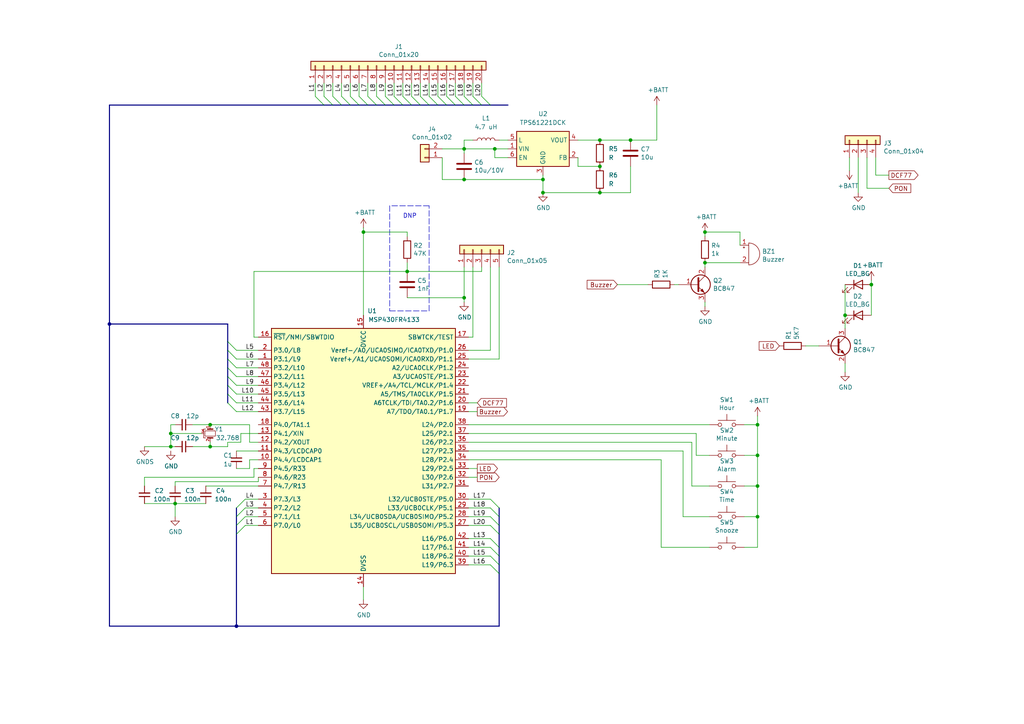
<source format=kicad_sch>
(kicad_sch (version 20211123) (generator eeschema)
  (paper "A4")
  (lib_symbols
    (symbol "Connector_Generic:Conn_01x02" (pin_names (offset 1.016) hide)
      (property "Reference" "J" (at 0 2.54 0))
      (property "Value" "Conn_01x02" (at 0 -5.08 0))
      (symbol "Conn_01x02_1_1"
        (rectangle (start -1.27 -2.413) (end 0 -2.667) (stroke (width 0.1524)))
        (rectangle (start -1.27 0.127) (end 0 -0.127) (stroke (width 0.1524)))
        (rectangle (start -1.27 1.27) (end 1.27 -3.81) (stroke (width 0.254)) (fill (type background)))
        (pin passive line (at -5.08 0 0) (length 3.81) (name "Pin_1") (number "1"))
        (pin passive line (at -5.08 -2.54 0) (length 3.81) (name "Pin_2") (number "2"))
      )
    )
    (symbol "Connector_Generic:Conn_01x04" (pin_names (offset 1.016) hide)
      (property "Reference" "J" (at 0 5.08 0))
      (property "Value" "Conn_01x04" (at 0 -7.62 0))
      (symbol "Conn_01x04_1_1"
        (rectangle (start -1.27 -4.953) (end 0 -5.207) (stroke (width 0.1524)))
        (rectangle (start -1.27 -2.413) (end 0 -2.667) (stroke (width 0.1524)))
        (rectangle (start -1.27 0.127) (end 0 -0.127) (stroke (width 0.1524)))
        (rectangle (start -1.27 2.667) (end 0 2.413) (stroke (width 0.1524)))
        (rectangle (start -1.27 3.81) (end 1.27 -6.35) (stroke (width 0.254)) (fill (type background)))
        (pin passive line (at -5.08 2.54 0) (length 3.81) (name "Pin_1") (number "1"))
        (pin passive line (at -5.08 0 0) (length 3.81) (name "Pin_2") (number "2"))
        (pin passive line (at -5.08 -2.54 0) (length 3.81) (name "Pin_3") (number "3"))
        (pin passive line (at -5.08 -5.08 0) (length 3.81) (name "Pin_4") (number "4"))
      )
    )
    (symbol "Connector_Generic:Conn_01x05" (pin_names (offset 1.016) hide)
      (property "Reference" "J" (at 0 7.62 0))
      (property "Value" "Conn_01x05" (at 0 -7.62 0))
      (symbol "Conn_01x05_1_1"
        (rectangle (start -1.27 -4.953) (end 0 -5.207) (stroke (width 0.1524)))
        (rectangle (start -1.27 -2.413) (end 0 -2.667) (stroke (width 0.1524)))
        (rectangle (start -1.27 0.127) (end 0 -0.127) (stroke (width 0.1524)))
        (rectangle (start -1.27 2.667) (end 0 2.413) (stroke (width 0.1524)))
        (rectangle (start -1.27 5.207) (end 0 4.953) (stroke (width 0.1524)))
        (rectangle (start -1.27 6.35) (end 1.27 -6.35) (stroke (width 0.254)) (fill (type background)))
        (pin passive line (at -5.08 5.08 0) (length 3.81) (name "Pin_1") (number "1"))
        (pin passive line (at -5.08 2.54 0) (length 3.81) (name "Pin_2") (number "2"))
        (pin passive line (at -5.08 0 0) (length 3.81) (name "Pin_3") (number "3"))
        (pin passive line (at -5.08 -2.54 0) (length 3.81) (name "Pin_4") (number "4"))
        (pin passive line (at -5.08 -5.08 0) (length 3.81) (name "Pin_5") (number "5"))
      )
    )
    (symbol "Connector_Generic:Conn_01x20" (pin_names (offset 1.016) hide)
      (property "Reference" "J" (at 0 25.4 0))
      (property "Value" "Conn_01x20" (at 0 -27.94 0))
      (symbol "Conn_01x20_1_1"
        (rectangle (start -1.27 -25.273) (end 0 -25.527) (stroke (width 0.1524)))
        (rectangle (start -1.27 -22.733) (end 0 -22.987) (stroke (width 0.1524)))
        (rectangle (start -1.27 -20.193) (end 0 -20.447) (stroke (width 0.1524)))
        (rectangle (start -1.27 -17.653) (end 0 -17.907) (stroke (width 0.1524)))
        (rectangle (start -1.27 -15.113) (end 0 -15.367) (stroke (width 0.1524)))
        (rectangle (start -1.27 -12.573) (end 0 -12.827) (stroke (width 0.1524)))
        (rectangle (start -1.27 -10.033) (end 0 -10.287) (stroke (width 0.1524)))
        (rectangle (start -1.27 -7.493) (end 0 -7.747) (stroke (width 0.1524)))
        (rectangle (start -1.27 -4.953) (end 0 -5.207) (stroke (width 0.1524)))
        (rectangle (start -1.27 -2.413) (end 0 -2.667) (stroke (width 0.1524)))
        (rectangle (start -1.27 0.127) (end 0 -0.127) (stroke (width 0.1524)))
        (rectangle (start -1.27 2.667) (end 0 2.413) (stroke (width 0.1524)))
        (rectangle (start -1.27 5.207) (end 0 4.953) (stroke (width 0.1524)))
        (rectangle (start -1.27 7.747) (end 0 7.493) (stroke (width 0.1524)))
        (rectangle (start -1.27 10.287) (end 0 10.033) (stroke (width 0.1524)))
        (rectangle (start -1.27 12.827) (end 0 12.573) (stroke (width 0.1524)))
        (rectangle (start -1.27 15.367) (end 0 15.113) (stroke (width 0.1524)))
        (rectangle (start -1.27 17.907) (end 0 17.653) (stroke (width 0.1524)))
        (rectangle (start -1.27 20.447) (end 0 20.193) (stroke (width 0.1524)))
        (rectangle (start -1.27 22.987) (end 0 22.733) (stroke (width 0.1524)))
        (rectangle (start -1.27 24.13) (end 1.27 -26.67) (stroke (width 0.254)) (fill (type background)))
        (pin passive line (at -5.08 22.86 0) (length 3.81) (name "Pin_1") (number "1"))
        (pin passive line (at -5.08 0 0) (length 3.81) (name "Pin_10") (number "10"))
        (pin passive line (at -5.08 -2.54 0) (length 3.81) (name "Pin_11") (number "11"))
        (pin passive line (at -5.08 -5.08 0) (length 3.81) (name "Pin_12") (number "12"))
        (pin passive line (at -5.08 -7.62 0) (length 3.81) (name "Pin_13") (number "13"))
        (pin passive line (at -5.08 -10.16 0) (length 3.81) (name "Pin_14") (number "14"))
        (pin passive line (at -5.08 -12.7 0) (length 3.81) (name "Pin_15") (number "15"))
        (pin passive line (at -5.08 -15.24 0) (length 3.81) (name "Pin_16") (number "16"))
        (pin passive line (at -5.08 -17.78 0) (length 3.81) (name "Pin_17") (number "17"))
        (pin passive line (at -5.08 -20.32 0) (length 3.81) (name "Pin_18") (number "18"))
        (pin passive line (at -5.08 -22.86 0) (length 3.81) (name "Pin_19") (number "19"))
        (pin passive line (at -5.08 20.32 0) (length 3.81) (name "Pin_2") (number "2"))
        (pin passive line (at -5.08 -25.4 0) (length 3.81) (name "Pin_20") (number "20"))
        (pin passive line (at -5.08 17.78 0) (length 3.81) (name "Pin_3") (number "3"))
        (pin passive line (at -5.08 15.24 0) (length 3.81) (name "Pin_4") (number "4"))
        (pin passive line (at -5.08 12.7 0) (length 3.81) (name "Pin_5") (number "5"))
        (pin passive line (at -5.08 10.16 0) (length 3.81) (name "Pin_6") (number "6"))
        (pin passive line (at -5.08 7.62 0) (length 3.81) (name "Pin_7") (number "7"))
        (pin passive line (at -5.08 5.08 0) (length 3.81) (name "Pin_8") (number "8"))
        (pin passive line (at -5.08 2.54 0) (length 3.81) (name "Pin_9") (number "9"))
      )
    )
    (symbol "Device:Buzzer" (pin_names (offset 0.0254) hide)
      (property "Reference" "BZ" (at 3.81 1.27 0))
      (property "Value" "Buzzer" (at 3.81 -1.27 0))
      (symbol "Buzzer_0_1"
        (arc (start 0 -3.175) (mid 3.175 0) (end 0 3.175))
        (polyline (pts (xy -1.651 1.905) (xy -1.143 1.905)))
        (polyline (pts (xy -1.397 2.159) (xy -1.397 1.651)))
        (polyline (pts (xy 0 3.175) (xy 0 -3.175)))
      )
      (symbol "Buzzer_1_1"
        (pin passive line (at -2.54 2.54 0) (length 2.54) (name "-") (number "1"))
        (pin passive line (at -2.54 -2.54 0) (length 2.54) (name "+") (number "2"))
      )
    )
    (symbol "Device:C" (pin_numbers hide) (pin_names (offset 0.254))
      (property "Reference" "C" (at 0.635 2.54 0))
      (property "Value" "C" (at 0.635 -2.54 0))
      (symbol "C_0_1"
        (polyline (pts (xy -2.032 -0.762) (xy 2.032 -0.762)) (stroke (width 0.508)))
        (polyline (pts (xy -2.032 0.762) (xy 2.032 0.762)) (stroke (width 0.508)))
      )
      (symbol "C_1_1"
        (pin passive line (at 0 3.81 270) (length 2.794) (name "~") (number "1"))
        (pin passive line (at 0 -3.81 90) (length 2.794) (name "~") (number "2"))
      )
    )
    (symbol "Device:C_Small" (pin_numbers hide) (pin_names (offset 0.254) hide)
      (property "Reference" "C" (at 0.254 1.778 0))
      (property "Value" "C_Small" (at 0.254 -2.032 0))
      (symbol "C_Small_0_1"
        (polyline (pts (xy -1.524 -0.508) (xy 1.524 -0.508)) (stroke (width 0.3302)))
        (polyline (pts (xy -1.524 0.508) (xy 1.524 0.508)) (stroke (width 0.3048)))
      )
      (symbol "C_Small_1_1"
        (pin passive line (at 0 2.54 270) (length 2.032) (name "~") (number "1"))
        (pin passive line (at 0 -2.54 90) (length 2.032) (name "~") (number "2"))
      )
    )
    (symbol "Device:Crystal_GND3_Small" (pin_names (offset 1.016) hide)
      (property "Reference" "Y" (at 0 5.08 0))
      (property "Value" "Crystal_GND3_Small" (at 0 3.175 0))
      (symbol "Crystal_GND3_Small_0_1"
        (rectangle (start -0.762 -1.524) (end 0.762 1.524))
        (polyline (pts (xy -1.27 -0.762) (xy -1.27 0.762)) (stroke (width 0.381)))
        (polyline (pts (xy 1.27 -0.762) (xy 1.27 0.762)) (stroke (width 0.381)))
        (polyline (pts (xy -1.27 -1.27) (xy -1.27 -1.905) (xy 1.27 -1.905) (xy 1.27 -1.27)))
      )
      (symbol "Crystal_GND3_Small_1_1"
        (pin passive line (at -2.54 0 0) (length 1.27) (name "1") (number "1"))
        (pin passive line (at 2.54 0 180) (length 1.27) (name "2") (number "2"))
        (pin passive line (at 0 -2.54 90) (length 0.635) (name "3") (number "3"))
      )
    )
    (symbol "Device:L" (pin_numbers hide) (pin_names (offset 1.016) hide)
      (property "Reference" "L" (at -1.27 0 90))
      (property "Value" "L" (at 1.905 0 90))
      (symbol "L_0_1"
        (arc (start 0 -2.54) (mid 0.635 -1.905) (end 0 -1.27))
        (arc (start 0 -1.27) (mid 0.635 -0.635) (end 0 0))
        (arc (start 0 0) (mid 0.635 0.635) (end 0 1.27))
        (arc (start 0 1.27) (mid 0.635 1.905) (end 0 2.54))
      )
      (symbol "L_1_1"
        (pin passive line (at 0 3.81 270) (length 1.27) (name "1") (number "1"))
        (pin passive line (at 0 -3.81 90) (length 1.27) (name "2") (number "2"))
      )
    )
    (symbol "Device:LED" (pin_numbers hide) (pin_names (offset 1.016) hide)
      (property "Reference" "D" (at 0 2.54 0))
      (property "Value" "LED" (at 0 -2.54 0))
      (symbol "LED_0_1"
        (polyline (pts (xy -1.27 -1.27) (xy -1.27 1.27)) (stroke (width 0.254)))
        (polyline (pts (xy -1.27 0) (xy 1.27 0)))
        (polyline (pts (xy 1.27 -1.27) (xy 1.27 1.27) (xy -1.27 0) (xy 1.27 -1.27)) (stroke (width 0.254)))
        (polyline (pts (xy -3.048 -0.762) (xy -4.572 -2.286) (xy -3.81 -2.286) (xy -4.572 -2.286) (xy -4.572 -1.524)))
        (polyline (pts (xy -1.778 -0.762) (xy -3.302 -2.286) (xy -2.54 -2.286) (xy -3.302 -2.286) (xy -3.302 -1.524)))
      )
      (symbol "LED_1_1"
        (pin passive line (at -3.81 0 0) (length 2.54) (name "K") (number "1"))
        (pin passive line (at 3.81 0 180) (length 2.54) (name "A") (number "2"))
      )
    )
    (symbol "Device:Q_NPN_BCE" (pin_names (offset 0) hide)
      (property "Reference" "Q" (at 5.08 1.27 0))
      (property "Value" "Q_NPN_BCE" (at 5.08 -1.27 0))
      (symbol "Q_NPN_BCE_0_1"
        (polyline (pts (xy 0.635 0.635) (xy 2.54 2.54)))
        (polyline (pts (xy 0.635 -0.635) (xy 2.54 -2.54) (xy 2.54 -2.54)))
        (polyline (pts (xy 0.635 1.905) (xy 0.635 -1.905) (xy 0.635 -1.905)) (stroke (width 0.508)))
        (polyline (pts (xy 1.27 -1.778) (xy 1.778 -1.27) (xy 2.286 -2.286) (xy 1.27 -1.778) (xy 1.27 -1.778)) (fill (type outline)))
        (circle (center 1.27 0) (radius 2.8194) (stroke (width 0.254)))
      )
      (symbol "Q_NPN_BCE_1_1"
        (pin input line (at -5.08 0 0) (length 5.715) (name "B") (number "1"))
        (pin passive line (at 2.54 5.08 270) (length 2.54) (name "C") (number "2"))
        (pin passive line (at 2.54 -5.08 90) (length 2.54) (name "E") (number "3"))
      )
    )
    (symbol "Device:R" (pin_numbers hide) (pin_names (offset 0))
      (property "Reference" "R" (at 2.032 0 90))
      (property "Value" "R" (at 0 0 90))
      (symbol "R_0_1"
        (rectangle (start -1.016 -2.54) (end 1.016 2.54) (stroke (width 0.254)))
      )
      (symbol "R_1_1"
        (pin passive line (at 0 3.81 270) (length 1.27) (name "~") (number "1"))
        (pin passive line (at 0 -3.81 90) (length 1.27) (name "~") (number "2"))
      )
    )
    (symbol "Regulator_Switching:TPS61221DCK"
      (property "Reference" "U" (at -7.62 6.35 0))
      (property "Value" "TPS61221DCK" (at 2.54 6.35 0))
      (symbol "TPS61221DCK_0_1"
        (rectangle (start -7.62 5.08) (end 7.62 -5.08) (stroke (width 0.254)) (fill (type background)))
      )
      (symbol "TPS61221DCK_1_1"
        (pin power_in line (at -10.16 0 0) (length 2.54) (name "VIN") (number "1"))
        (pin input line (at 10.16 -2.54 180) (length 2.54) (name "FB") (number "2"))
        (pin power_in line (at 0 -7.62 90) (length 2.54) (name "GND") (number "3"))
        (pin power_out line (at 10.16 2.54 180) (length 2.54) (name "VOUT") (number "4"))
        (pin power_in line (at -10.16 2.54 0) (length 2.54) (name "L") (number "5"))
        (pin input line (at -10.16 -2.54 0) (length 2.54) (name "EN") (number "6"))
      )
    )
    (symbol "Switch:SW_Push" (pin_numbers hide) (pin_names (offset 1.016) hide)
      (property "Reference" "SW" (at 1.27 2.54 0))
      (property "Value" "SW_Push" (at 0 -1.524 0))
      (symbol "SW_Push_0_1"
        (circle (center -2.032 0) (radius 0.508))
        (polyline (pts (xy 0 1.27) (xy 0 3.048)))
        (polyline (pts (xy 2.54 1.27) (xy -2.54 1.27)))
        (circle (center 2.032 0) (radius 0.508))
        (pin passive line (at -5.08 0 0) (length 2.54) (name "1") (number "1"))
        (pin passive line (at 5.08 0 180) (length 2.54) (name "2") (number "2"))
      )
    )
    (symbol "Transistor_BJT:BC818" (pin_names (offset 0) hide)
      (property "Reference" "Q" (at 5.08 1.905 0))
      (property "Value" "BC818" (at 5.08 0 0))
      (symbol "BC818_0_1"
        (polyline (pts (xy 0.635 0.635) (xy 2.54 2.54)))
        (polyline (pts (xy 0.635 -0.635) (xy 2.54 -2.54) (xy 2.54 -2.54)))
        (polyline (pts (xy 0.635 1.905) (xy 0.635 -1.905) (xy 0.635 -1.905)) (stroke (width 0.508)))
        (polyline (pts (xy 1.27 -1.778) (xy 1.778 -1.27) (xy 2.286 -2.286) (xy 1.27 -1.778) (xy 1.27 -1.778)) (fill (type outline)))
        (circle (center 1.27 0) (radius 2.8194) (stroke (width 0.254)))
      )
      (symbol "BC818_1_1"
        (pin input line (at -5.08 0 0) (length 5.715) (name "B") (number "1"))
        (pin passive line (at 2.54 -5.08 90) (length 2.54) (name "E") (number "2"))
        (pin passive line (at 2.54 5.08 270) (length 2.54) (name "C") (number "3"))
      )
    )
    (symbol "power:+BATT" (power) (pin_names (offset 0))
      (property "Value" "+BATT" (at 0 3.556 0))
      (symbol "+BATT_0_1"
        (polyline (pts (xy -0.762 1.27) (xy 0 2.54)))
        (polyline (pts (xy 0 0) (xy 0 2.54)))
        (polyline (pts (xy 0 2.54) (xy 0.762 1.27)))
      )
      (symbol "+BATT_1_1"
        (pin power_in line (at 0 0 90) (length 0) hide (name "+BATT") (number "1"))
      )
    )
    (symbol "power:GND" (power) (pin_names (offset 0))
      (property "Value" "GND" (at 0 -3.81 0))
      (symbol "GND_0_1"
        (polyline (pts (xy 0 0) (xy 0 -1.27) (xy 1.27 -1.27) (xy 0 -2.54) (xy -1.27 -1.27) (xy 0 -1.27)))
      )
      (symbol "GND_1_1"
        (pin power_in line (at 0 0 270) (length 0) hide (name "GND") (number "1"))
      )
    )
    (symbol "power:GNDS" (power) (pin_names (offset 0))
      (property "Value" "GNDS" (at 0 -3.81 0))
      (symbol "GNDS_0_1"
        (polyline (pts (xy 0 0) (xy 0 -1.27) (xy 1.27 -1.27) (xy 0 -2.54) (xy -1.27 -1.27) (xy 0 -1.27)))
      )
      (symbol "GNDS_1_1"
        (pin power_in line (at 0 0 270) (length 0) hide (name "GNDS") (number "1"))
      )
    )
    (symbol "wecker:MSP430FR4133"
      (property "Reference" "U" (at -20.32 25.4 0))
      (property "Value" "MSP430FR4133" (at 19.05 -48.26 0))
      (symbol "MSP430FR4133_0_1"
        (rectangle (start -26.67 24.13) (end 26.67 -46.99) (stroke (width 0.254)) (fill (type background)))
      )
      (symbol "MSP430FR4133_1_1"
        (pin bidirectional line (at -30.48 15.24 0) (length 3.81) (name "P3.1/L9") (number "1"))
        (pin bidirectional line (at -30.48 -13.97 0) (length 3.81) (name "P4.4/LCDCAP1") (number "10"))
        (pin bidirectional line (at -30.48 -11.43 0) (length 3.81) (name "P4.3/LCDCAP0") (number "11"))
        (pin bidirectional line (at -30.48 -8.89 0) (length 3.81) (name "P4.2/XOUT") (number "12"))
        (pin bidirectional line (at -30.48 -6.35 0) (length 3.81) (name "P4.1/XIN") (number "13"))
        (pin power_in line (at 0 -50.8 90) (length 3.81) (name "DVSS") (number "14"))
        (pin power_in line (at 0 27.94 270) (length 3.81) (name "DVCC") (number "15"))
        (pin bidirectional line (at -30.48 21.59 0) (length 3.81) (name "~{RST}/NMI/SBWTDIO") (number "16"))
        (pin input line (at 30.48 21.59 180) (length 3.81) (name "SBWTCK/TEST") (number "17"))
        (pin bidirectional line (at -30.48 -3.81 0) (length 3.81) (name "P4.0/TA1.1") (number "18"))
        (pin bidirectional line (at 30.48 0 180) (length 3.81) (name "A7/TDO/TA0.1/P1.7") (number "19"))
        (pin bidirectional line (at -30.48 17.78 0) (length 3.81) (name "P3.0/L8") (number "2"))
        (pin bidirectional line (at 30.48 2.54 180) (length 3.81) (name "A6TCLK/TDI/TA0.2/P1.6") (number "20"))
        (pin bidirectional line (at 30.48 5.08 180) (length 3.81) (name "A5/TMS/TA0CLK/P1.5") (number "21"))
        (pin bidirectional line (at 30.48 7.62 180) (length 3.81) (name "VREF+/A4/TCL/MCLK/P1.4") (number "22"))
        (pin bidirectional line (at 30.48 10.16 180) (length 3.81) (name "A3/UCA0STE/P1.3") (number "23"))
        (pin bidirectional line (at 30.48 12.7 180) (length 3.81) (name "A2/UCA0CLK/P1.2") (number "24"))
        (pin bidirectional line (at 30.48 15.24 180) (length 3.81) (name "Veref+/A1/UCA0SOMI/ICA0RXD/P1.1") (number "25"))
        (pin bidirectional line (at 30.48 17.78 180) (length 3.81) (name "Veref-/A0/UCA0SIMO/ICA0TXD/P1.0") (number "26"))
        (pin bidirectional line (at 30.48 -33.02 180) (length 3.81) (name "L35/UCB0SCL/USB0SOMI/P5.3") (number "27"))
        (pin bidirectional line (at 30.48 -30.48 180) (length 3.81) (name "L34/UCB0SDA/UCB0SIMO/P5.2") (number "28"))
        (pin bidirectional line (at 30.48 -27.94 180) (length 3.81) (name "L33/UCB0CLK/P5.1") (number "29"))
        (pin bidirectional line (at -30.48 -25.4 0) (length 3.81) (name "P7.3/L3") (number "3"))
        (pin bidirectional line (at 30.48 -25.4 180) (length 3.81) (name "L32/UCB0STE/P5.0") (number "30"))
        (pin bidirectional line (at 30.48 -21.59 180) (length 3.81) (name "L31/P2.7") (number "31"))
        (pin bidirectional line (at 30.48 -19.05 180) (length 3.81) (name "L30/P2.6") (number "32"))
        (pin bidirectional line (at 30.48 -16.51 180) (length 3.81) (name "L29/P2.5") (number "33"))
        (pin bidirectional line (at 30.48 -13.97 180) (length 3.81) (name "L28/P2.4") (number "34"))
        (pin bidirectional line (at 30.48 -11.43 180) (length 3.81) (name "L27/P2.3") (number "35"))
        (pin bidirectional line (at 30.48 -8.89 180) (length 3.81) (name "L26/P2.2") (number "36"))
        (pin bidirectional line (at 30.48 -6.35 180) (length 3.81) (name "L25/P2.1") (number "37"))
        (pin bidirectional line (at 30.48 -3.81 180) (length 3.81) (name "L24/P2.0") (number "38"))
        (pin bidirectional line (at 30.48 -44.45 180) (length 3.81) (name "L19/P6.3") (number "39"))
        (pin bidirectional line (at -30.48 -27.94 0) (length 3.81) (name "P7.2/L2") (number "4"))
        (pin bidirectional line (at 30.48 -41.91 180) (length 3.81) (name "L18/P6.2") (number "40"))
        (pin bidirectional line (at 30.48 -39.37 180) (length 3.81) (name "L17/P6.1") (number "41"))
        (pin bidirectional line (at 30.48 -36.83 180) (length 3.81) (name "L16/P6.0") (number "42"))
        (pin bidirectional line (at -30.48 0 0) (length 3.81) (name "P3.7/L15") (number "43"))
        (pin bidirectional line (at -30.48 2.54 0) (length 3.81) (name "P3.6/L14") (number "44"))
        (pin bidirectional line (at -30.48 5.08 0) (length 3.81) (name "P3.5/L13") (number "45"))
        (pin bidirectional line (at -30.48 7.62 0) (length 3.81) (name "P3.4/L12") (number "46"))
        (pin bidirectional line (at -30.48 10.16 0) (length 3.81) (name "P3.2/L11") (number "47"))
        (pin bidirectional line (at -30.48 12.7 0) (length 3.81) (name "P3.2/L10") (number "48"))
        (pin bidirectional line (at -30.48 -30.48 0) (length 3.81) (name "P7.1/L1") (number "5"))
        (pin bidirectional line (at -30.48 -33.02 0) (length 3.81) (name "P7.0/L0") (number "6"))
        (pin bidirectional line (at -30.48 -21.59 0) (length 3.81) (name "P4.7/R13") (number "7"))
        (pin bidirectional line (at -30.48 -19.05 0) (length 3.81) (name "P4.6/R23") (number "8"))
        (pin bidirectional line (at -30.48 -16.51 0) (length 3.81) (name "P4.5/R33") (number "9"))
      )
    )
  )
  (junction (at 182.88 40.64))
  (junction (at 157.48 52.07))
  (junction (at 143.51 43.18))
  (junction (at 173.99 55.88))
  (junction (at 173.99 48.26))
  (junction (at 134.62 52.07))
  (junction (at 204.47 67.31))
  (junction (at 31.75 93.98))
  (junction (at 60.96 129.54))
  (junction (at 157.48 55.88))
  (junction (at 219.71 140.97))
  (junction (at 118.11 78.74))
  (junction (at 219.71 123.19))
  (junction (at 219.71 132.08))
  (junction (at 68.58 181.61))
  (junction (at 245.11 91.44))
  (junction (at 49.53 129.54))
  (junction (at 173.99 40.64))
  (junction (at 49.53 125.73))
  (junction (at 204.47 76.2))
  (junction (at 134.62 43.18))
  (junction (at 60.96 123.19))
  (junction (at 219.71 149.86))
  (junction (at 252.73 82.55))
  (junction (at 134.62 86.36))
  (junction (at 50.8 146.05))
  (junction (at 105.41 67.31))
  (bus_entry (at 142.24 152.4) (size 2.54 2.54))
  (bus_entry (at 99.06 27.94) (size 2.54 2.54))
  (bus_entry (at 66.04 106.68) (size 2.54 2.54))
  (bus_entry (at 142.24 156.21) (size 2.54 2.54))
  (bus_entry (at 114.3 27.94) (size 2.54 2.54))
  (bus_entry (at 96.52 27.94) (size 2.54 2.54))
  (bus_entry (at 106.68 27.94) (size 2.54 2.54))
  (bus_entry (at 119.38 27.94) (size 2.54 2.54))
  (bus_entry (at 142.24 147.32) (size 2.54 2.54))
  (bus_entry (at 132.08 27.94) (size 2.54 2.54))
  (bus_entry (at 142.24 158.75) (size 2.54 2.54))
  (bus_entry (at 139.7 27.94) (size 2.54 2.54))
  (bus_entry (at 134.62 27.94) (size 2.54 2.54))
  (bus_entry (at 142.24 144.78) (size 2.54 2.54))
  (bus_entry (at 111.76 27.94) (size 2.54 2.54))
  (bus_entry (at 142.24 149.86) (size 2.54 2.54))
  (bus_entry (at 66.04 109.22) (size 2.54 2.54))
  (bus_entry (at 137.16 27.94) (size 2.54 2.54))
  (bus_entry (at 129.54 27.94) (size 2.54 2.54))
  (bus_entry (at 109.22 27.94) (size 2.54 2.54))
  (bus_entry (at 142.24 163.83) (size 2.54 2.54))
  (bus_entry (at 127 27.94) (size 2.54 2.54))
  (bus_entry (at 101.6 27.94) (size 2.54 2.54))
  (bus_entry (at 142.24 161.29) (size 2.54 2.54))
  (bus_entry (at 93.98 27.94) (size 2.54 2.54))
  (bus_entry (at 121.92 27.94) (size 2.54 2.54))
  (bus_entry (at 66.04 111.76) (size 2.54 2.54))
  (bus_entry (at 71.12 144.78) (size -2.54 2.54))
  (bus_entry (at 71.12 149.86) (size -2.54 2.54))
  (bus_entry (at 66.04 104.14) (size 2.54 2.54))
  (bus_entry (at 66.04 114.3) (size 2.54 2.54))
  (bus_entry (at 66.04 101.6) (size 2.54 2.54))
  (bus_entry (at 71.12 147.32) (size -2.54 2.54))
  (bus_entry (at 104.14 27.94) (size 2.54 2.54))
  (bus_entry (at 124.46 27.94) (size 2.54 2.54))
  (bus_entry (at 116.84 27.94) (size 2.54 2.54))
  (bus_entry (at 71.12 152.4) (size -2.54 2.54))
  (bus_entry (at 91.44 27.94) (size 2.54 2.54))
  (bus_entry (at 66.04 116.84) (size 2.54 2.54))
  (bus_entry (at 66.04 99.06) (size 2.54 2.54))
  (wire (pts (xy 214.63 76.2) (xy 204.47 76.2)))
  (wire (pts (xy 135.89 133.35) (xy 191.77 133.35)))
  (wire (pts (xy 201.93 125.73) (xy 201.93 132.08)))
  (wire (pts (xy 134.62 43.18) (xy 134.62 44.45)))
  (wire (pts (xy 121.92 24.13) (xy 121.92 27.94)))
  (polyline (pts (xy 124.46 59.69) (xy 113.03 59.69)))
  (wire (pts (xy 49.53 123.19) (xy 50.8 123.19)))
  (wire (pts (xy 187.96 82.55) (xy 179.07 82.55)))
  (wire (pts (xy 147.32 45.72) (xy 143.51 45.72)))
  (wire (pts (xy 182.88 40.64) (xy 173.99 40.64)))
  (wire (pts (xy 135.89 125.73) (xy 201.93 125.73)))
  (wire (pts (xy 135.89 116.84) (xy 138.43 116.84)))
  (wire (pts (xy 129.54 27.94) (xy 129.54 24.13)))
  (wire (pts (xy 68.58 130.81) (xy 74.93 130.81)))
  (wire (pts (xy 198.12 130.81) (xy 198.12 149.86)))
  (wire (pts (xy 73.66 138.43) (xy 41.91 138.43)))
  (wire (pts (xy 214.63 67.31) (xy 214.63 71.12)))
  (wire (pts (xy 214.63 67.31) (xy 204.47 67.31)))
  (bus (pts (xy 144.78 154.94) (xy 144.78 158.75)))
  (wire (pts (xy 105.41 173.99) (xy 105.41 170.18)))
  (wire (pts (xy 58.42 125.73) (xy 49.53 125.73)))
  (wire (pts (xy 60.96 128.27) (xy 60.96 129.54)))
  (wire (pts (xy 198.12 149.86) (xy 205.74 149.86)))
  (wire (pts (xy 135.89 119.38) (xy 138.43 119.38)))
  (wire (pts (xy 68.58 109.22) (xy 74.93 109.22)))
  (wire (pts (xy 72.39 133.35) (xy 74.93 133.35)))
  (wire (pts (xy 60.96 123.19) (xy 72.39 123.19)))
  (wire (pts (xy 93.98 27.94) (xy 93.98 24.13)))
  (wire (pts (xy 109.22 27.94) (xy 109.22 24.13)))
  (wire (pts (xy 219.71 123.19) (xy 219.71 132.08)))
  (wire (pts (xy 201.93 132.08) (xy 205.74 132.08)))
  (bus (pts (xy 66.04 93.98) (xy 66.04 99.06)))
  (wire (pts (xy 74.93 152.4) (xy 71.12 152.4)))
  (wire (pts (xy 190.5 40.64) (xy 182.88 40.64)))
  (wire (pts (xy 104.14 24.13) (xy 104.14 27.94)))
  (bus (pts (xy 106.68 30.48) (xy 109.22 30.48)))
  (wire (pts (xy 72.39 128.27) (xy 74.93 128.27)))
  (bus (pts (xy 114.3 30.48) (xy 116.84 30.48)))
  (bus (pts (xy 127 30.48) (xy 129.54 30.48)))
  (wire (pts (xy 59.69 140.97) (xy 74.93 140.97)))
  (wire (pts (xy 73.66 97.79) (xy 74.93 97.79)))
  (wire (pts (xy 195.58 82.55) (xy 196.85 82.55)))
  (bus (pts (xy 68.58 149.86) (xy 68.58 152.4)))
  (wire (pts (xy 50.8 146.05) (xy 50.8 149.86)))
  (wire (pts (xy 68.58 111.76) (xy 74.93 111.76)))
  (wire (pts (xy 66.04 128.27) (xy 66.04 129.54)))
  (wire (pts (xy 252.73 81.28) (xy 252.73 82.55)))
  (wire (pts (xy 116.84 24.13) (xy 116.84 27.94)))
  (wire (pts (xy 50.8 139.7) (xy 50.8 140.97)))
  (wire (pts (xy 105.41 67.31) (xy 105.41 66.04)))
  (wire (pts (xy 134.62 43.18) (xy 134.62 40.64)))
  (wire (pts (xy 50.8 146.05) (xy 59.69 146.05)))
  (wire (pts (xy 99.06 24.13) (xy 99.06 27.94)))
  (wire (pts (xy 215.9 149.86) (xy 219.71 149.86)))
  (wire (pts (xy 219.71 123.19) (xy 215.9 123.19)))
  (wire (pts (xy 173.99 48.26) (xy 167.64 48.26)))
  (wire (pts (xy 135.89 156.21) (xy 142.24 156.21)))
  (wire (pts (xy 254 45.72) (xy 254 50.8)))
  (bus (pts (xy 116.84 30.48) (xy 119.38 30.48)))
  (wire (pts (xy 71.12 149.86) (xy 74.93 149.86)))
  (wire (pts (xy 157.48 52.07) (xy 157.48 55.88)))
  (wire (pts (xy 135.89 152.4) (xy 142.24 152.4)))
  (bus (pts (xy 66.04 101.6) (xy 66.04 104.14)))
  (bus (pts (xy 99.06 30.48) (xy 101.6 30.48)))
  (wire (pts (xy 118.11 67.31) (xy 105.41 67.31)))
  (polyline (pts (xy 113.03 90.17) (xy 124.46 90.17)))
  (wire (pts (xy 135.89 147.32) (xy 142.24 147.32)))
  (wire (pts (xy 157.48 55.88) (xy 173.99 55.88)))
  (wire (pts (xy 111.76 24.13) (xy 111.76 27.94)))
  (wire (pts (xy 114.3 27.94) (xy 114.3 24.13)))
  (bus (pts (xy 66.04 106.68) (xy 66.04 109.22)))
  (wire (pts (xy 135.89 144.78) (xy 142.24 144.78)))
  (wire (pts (xy 135.89 161.29) (xy 142.24 161.29)))
  (wire (pts (xy 105.41 67.31) (xy 105.41 91.44)))
  (bus (pts (xy 101.6 30.48) (xy 104.14 30.48)))
  (bus (pts (xy 66.04 104.14) (xy 66.04 106.68)))
  (bus (pts (xy 66.04 109.22) (xy 66.04 111.76)))
  (polyline (pts (xy 113.03 59.69) (xy 113.03 90.17)))
  (bus (pts (xy 104.14 30.48) (xy 106.68 30.48)))
  (wire (pts (xy 204.47 77.47) (xy 204.47 76.2)))
  (wire (pts (xy 118.11 76.2) (xy 118.11 78.74)))
  (wire (pts (xy 96.52 27.94) (xy 96.52 24.13)))
  (wire (pts (xy 134.62 52.07) (xy 157.48 52.07)))
  (wire (pts (xy 252.73 91.44) (xy 252.73 82.55)))
  (wire (pts (xy 167.64 48.26) (xy 167.64 45.72)))
  (wire (pts (xy 135.89 97.79) (xy 137.16 97.79)))
  (wire (pts (xy 191.77 133.35) (xy 191.77 158.75)))
  (wire (pts (xy 118.11 68.58) (xy 118.11 67.31)))
  (wire (pts (xy 66.04 129.54) (xy 60.96 129.54)))
  (wire (pts (xy 245.11 82.55) (xy 245.11 91.44)))
  (bus (pts (xy 68.58 181.61) (xy 31.75 181.61)))
  (bus (pts (xy 109.22 30.48) (xy 111.76 30.48)))
  (wire (pts (xy 68.58 104.14) (xy 74.93 104.14)))
  (wire (pts (xy 66.04 128.27) (xy 69.85 128.27)))
  (wire (pts (xy 132.08 24.13) (xy 132.08 27.94)))
  (bus (pts (xy 144.78 152.4) (xy 144.78 154.94)))
  (bus (pts (xy 68.58 154.94) (xy 68.58 181.61)))
  (wire (pts (xy 91.44 27.94) (xy 91.44 24.13)))
  (wire (pts (xy 68.58 119.38) (xy 74.93 119.38)))
  (bus (pts (xy 144.78 163.83) (xy 144.78 166.37)))
  (wire (pts (xy 73.66 78.74) (xy 118.11 78.74)))
  (wire (pts (xy 74.93 139.7) (xy 50.8 139.7)))
  (wire (pts (xy 190.5 30.48) (xy 190.5 40.64)))
  (wire (pts (xy 134.62 40.64) (xy 137.16 40.64)))
  (wire (pts (xy 49.53 125.73) (xy 49.53 123.19)))
  (wire (pts (xy 248.92 55.88) (xy 248.92 45.72)))
  (wire (pts (xy 254 50.8) (xy 257.81 50.8)))
  (wire (pts (xy 72.39 123.19) (xy 72.39 128.27)))
  (wire (pts (xy 135.89 135.89) (xy 138.43 135.89)))
  (wire (pts (xy 134.62 86.36) (xy 134.62 87.63)))
  (wire (pts (xy 49.53 125.73) (xy 49.53 129.54)))
  (wire (pts (xy 219.71 158.75) (xy 219.71 149.86)))
  (wire (pts (xy 142.24 158.75) (xy 135.89 158.75)))
  (bus (pts (xy 31.75 181.61) (xy 31.75 93.98)))
  (bus (pts (xy 31.75 93.98) (xy 66.04 93.98)))
  (wire (pts (xy 173.99 40.64) (xy 167.64 40.64)))
  (wire (pts (xy 200.66 140.97) (xy 200.66 128.27)))
  (wire (pts (xy 246.38 49.53) (xy 246.38 45.72)))
  (wire (pts (xy 135.89 149.86) (xy 142.24 149.86)))
  (wire (pts (xy 135.89 101.6) (xy 142.24 101.6)))
  (wire (pts (xy 72.39 135.89) (xy 68.58 135.89)))
  (wire (pts (xy 144.78 77.47) (xy 144.78 104.14)))
  (bus (pts (xy 142.24 30.48) (xy 147.32 30.48)))
  (wire (pts (xy 124.46 27.94) (xy 124.46 24.13)))
  (wire (pts (xy 137.16 77.47) (xy 137.16 97.79)))
  (wire (pts (xy 204.47 67.31) (xy 204.47 68.58)))
  (wire (pts (xy 219.71 123.19) (xy 219.71 120.65)))
  (wire (pts (xy 74.93 138.43) (xy 74.93 139.7)))
  (wire (pts (xy 74.93 101.6) (xy 68.58 101.6)))
  (bus (pts (xy 144.78 161.29) (xy 144.78 163.83)))
  (wire (pts (xy 134.62 86.36) (xy 118.11 86.36)))
  (bus (pts (xy 31.75 30.48) (xy 93.98 30.48)))
  (wire (pts (xy 143.51 43.18) (xy 147.32 43.18)))
  (wire (pts (xy 101.6 27.94) (xy 101.6 24.13)))
  (wire (pts (xy 245.11 91.44) (xy 245.11 95.25)))
  (wire (pts (xy 142.24 101.6) (xy 142.24 77.47)))
  (wire (pts (xy 60.96 129.54) (xy 55.88 129.54)))
  (wire (pts (xy 74.93 147.32) (xy 71.12 147.32)))
  (bus (pts (xy 68.58 181.61) (xy 144.78 181.61)))
  (bus (pts (xy 66.04 111.76) (xy 66.04 114.3)))
  (wire (pts (xy 135.89 130.81) (xy 198.12 130.81)))
  (wire (pts (xy 139.7 24.13) (xy 139.7 27.94)))
  (bus (pts (xy 119.38 30.48) (xy 121.92 30.48)))
  (bus (pts (xy 132.08 30.48) (xy 134.62 30.48)))
  (wire (pts (xy 69.85 125.73) (xy 74.93 125.73)))
  (polyline (pts (xy 124.46 90.17) (xy 124.46 59.69)))
  (wire (pts (xy 257.81 54.61) (xy 251.46 54.61)))
  (wire (pts (xy 49.53 129.54) (xy 41.91 129.54)))
  (wire (pts (xy 71.12 144.78) (xy 74.93 144.78)))
  (wire (pts (xy 73.66 135.89) (xy 73.66 138.43)))
  (wire (pts (xy 128.27 43.18) (xy 134.62 43.18)))
  (wire (pts (xy 72.39 133.35) (xy 72.39 135.89)))
  (bus (pts (xy 68.58 152.4) (xy 68.58 154.94)))
  (bus (pts (xy 96.52 30.48) (xy 99.06 30.48)))
  (wire (pts (xy 205.74 140.97) (xy 200.66 140.97)))
  (bus (pts (xy 144.78 149.86) (xy 144.78 152.4)))
  (wire (pts (xy 41.91 138.43) (xy 41.91 140.97)))
  (wire (pts (xy 134.62 43.18) (xy 143.51 43.18)))
  (wire (pts (xy 219.71 132.08) (xy 219.71 140.97)))
  (wire (pts (xy 106.68 24.13) (xy 106.68 27.94)))
  (wire (pts (xy 144.78 40.64) (xy 147.32 40.64)))
  (wire (pts (xy 251.46 54.61) (xy 251.46 45.72)))
  (wire (pts (xy 119.38 27.94) (xy 119.38 24.13)))
  (wire (pts (xy 143.51 45.72) (xy 143.51 43.18)))
  (wire (pts (xy 74.93 135.89) (xy 73.66 135.89)))
  (bus (pts (xy 31.75 30.48) (xy 31.75 93.98)))
  (bus (pts (xy 134.62 30.48) (xy 137.16 30.48)))
  (bus (pts (xy 144.78 158.75) (xy 144.78 161.29)))
  (wire (pts (xy 245.11 107.95) (xy 245.11 105.41)))
  (bus (pts (xy 66.04 99.06) (xy 66.04 101.6)))
  (bus (pts (xy 124.46 30.48) (xy 127 30.48)))
  (wire (pts (xy 68.58 116.84) (xy 74.93 116.84)))
  (wire (pts (xy 41.91 146.05) (xy 50.8 146.05)))
  (wire (pts (xy 69.85 128.27) (xy 69.85 125.73)))
  (wire (pts (xy 219.71 140.97) (xy 215.9 140.97)))
  (wire (pts (xy 55.88 123.19) (xy 60.96 123.19)))
  (wire (pts (xy 73.66 78.74) (xy 73.66 97.79)))
  (wire (pts (xy 215.9 158.75) (xy 219.71 158.75)))
  (wire (pts (xy 134.62 77.47) (xy 134.62 86.36)))
  (bus (pts (xy 121.92 30.48) (xy 124.46 30.48)))
  (bus (pts (xy 68.58 147.32) (xy 68.58 149.86)))
  (wire (pts (xy 135.89 123.19) (xy 205.74 123.19)))
  (wire (pts (xy 191.77 158.75) (xy 205.74 158.75)))
  (wire (pts (xy 128.27 52.07) (xy 134.62 52.07)))
  (wire (pts (xy 49.53 129.54) (xy 50.8 129.54)))
  (wire (pts (xy 204.47 88.9) (xy 204.47 87.63)))
  (wire (pts (xy 200.66 128.27) (xy 135.89 128.27)))
  (wire (pts (xy 139.7 77.47) (xy 139.7 78.74)))
  (wire (pts (xy 127 24.13) (xy 127 27.94)))
  (bus (pts (xy 129.54 30.48) (xy 132.08 30.48)))
  (bus (pts (xy 144.78 147.32) (xy 144.78 149.86)))
  (wire (pts (xy 134.62 27.94) (xy 134.62 24.13)))
  (bus (pts (xy 144.78 166.37) (xy 144.78 181.61)))
  (bus (pts (xy 111.76 30.48) (xy 114.3 30.48)))
  (wire (pts (xy 219.71 132.08) (xy 215.9 132.08)))
  (wire (pts (xy 135.89 104.14) (xy 144.78 104.14)))
  (wire (pts (xy 142.24 163.83) (xy 135.89 163.83)))
  (wire (pts (xy 173.99 55.88) (xy 182.88 55.88)))
  (bus (pts (xy 139.7 30.48) (xy 142.24 30.48)))
  (wire (pts (xy 68.58 114.3) (xy 74.93 114.3)))
  (wire (pts (xy 219.71 149.86) (xy 219.71 140.97)))
  (wire (pts (xy 137.16 24.13) (xy 137.16 27.94)))
  (wire (pts (xy 157.48 50.8) (xy 157.48 52.07)))
  (wire (pts (xy 233.68 100.33) (xy 237.49 100.33)))
  (bus (pts (xy 66.04 114.3) (xy 66.04 116.84)))
  (bus (pts (xy 137.16 30.48) (xy 139.7 30.48)))
  (wire (pts (xy 128.27 45.72) (xy 128.27 52.07)))
  (wire (pts (xy 68.58 106.68) (xy 74.93 106.68)))
  (bus (pts (xy 93.98 30.48) (xy 96.52 30.48)))
  (wire (pts (xy 182.88 48.26) (xy 182.88 55.88)))
  (wire (pts (xy 118.11 78.74) (xy 139.7 78.74)))
  (wire (pts (xy 138.43 138.43) (xy 135.89 138.43)))
  (text "DNP" (at 116.84 63.5 0) (effects (font (size 1.27 1.27)) (justify left bottom)))
  (label "L17" (at 137.16 144.78 0))
  (label "L13" (at 137.16 156.21 0))
  (label "L4" (at 73.66 144.78 180))
  (label "L16" (at 137.16 163.83 0))
  (label "L12" (at 73.66 119.38 180))
  (label "L17" (at 132.08 27.94 90))
  (label "L9" (at 111.76 26.67 90))
  (label "L18" (at 137.16 147.32 0))
  (label "L16" (at 129.54 27.94 90))
  (label "L4" (at 99.06 26.67 90))
  (label "L12" (at 119.38 27.94 90))
  (label "L15" (at 127 27.94 90))
  (label "L1" (at 91.44 26.67 90))
  (label "L2" (at 93.98 26.67 90))
  (label "L19" (at 137.16 149.86 0))
  (label "L1" (at 73.66 152.4 180))
  (label "L8" (at 73.66 109.22 180))
  (label "L2" (at 73.66 149.86 180))
  (label "L11" (at 73.66 116.84 180))
  (label "L5" (at 73.66 101.6 180))
  (label "L6" (at 104.14 26.67 90))
  (label "L19" (at 137.16 27.94 90))
  (label "L6" (at 73.66 104.14 180))
  (label "L20" (at 137.16 152.4 0))
  (label "L3" (at 73.66 147.32 180))
  (label "L7" (at 73.66 106.68 180))
  (label "L20" (at 139.7 27.94 90))
  (label "L18" (at 134.62 27.94 90))
  (label "L10" (at 114.3 27.94 90))
  (label "L11" (at 116.84 27.94 90))
  (label "L14" (at 137.16 158.75 0))
  (label "L7" (at 106.68 26.67 90))
  (label "L15" (at 137.16 161.29 0))
  (label "L13" (at 121.92 27.94 90))
  (label "L10" (at 73.66 114.3 180))
  (label "L9" (at 73.66 111.76 180))
  (label "L14" (at 124.46 27.94 90))
  (label "L8" (at 109.22 26.67 90))
  (label "L5" (at 101.6 26.67 90))
  (label "L3" (at 96.52 26.67 90))
  (global_label "LED" (shape input) (at 226.06 100.33 180) (property "Referenzen zwischen Schaltplänen" "${INTERSHEET_REFS}" (effects hide)))
  (global_label "DCF77" (shape input) (at 138.43 116.84 0) (property "Referenzen zwischen Schaltplänen" "${INTERSHEET_REFS}" (effects hide)))
  (global_label "LED" (shape output) (at 138.43 135.89 0) (property "Referenzen zwischen Schaltplänen" "${INTERSHEET_REFS}" (effects hide)))
  (global_label "PON" (shape output) (at 138.43 138.43 0) (property "Referenzen zwischen Schaltplänen" "${INTERSHEET_REFS}" (effects hide)))
  (global_label "PON" (shape input) (at 257.81 54.61 0) (property "Referenzen zwischen Schaltplänen" "${INTERSHEET_REFS}" (effects hide)))
  (global_label "DCF77" (shape output) (at 257.81 50.8 0) (property "Referenzen zwischen Schaltplänen" "${INTERSHEET_REFS}" (effects hide)))
  (global_label "Buzzer" (shape output) (at 138.43 119.38 0) (property "Referenzen zwischen Schaltplänen" "${INTERSHEET_REFS}" (effects hide)))
  (global_label "Buzzer" (shape input) (at 179.07 82.55 180) (property "Referenzen zwischen Schaltplänen" "${INTERSHEET_REFS}" (effects hide)))
  (symbol (lib_id "wecker:MSP430FR4133") (at 105.41 119.38 0) (unit 1)
    (property "Reference" "U1" (at 107.95 90.17 0))
    (property "Value" "MSP430FR4133" (at 114.3 92.71 0))
    (property "Footprint" "Package_SO:TSSOP-48_6.1x12.5mm_P0.5mm" (effects hide))
    (property "Datasheet" "http://www.ti.com/lit/ds/symlink/msp430f2112.pdf" (effects hide))
  )
  (symbol (lib_id "Connector_Generic:Conn_01x20") (at 114.3 19.05 90) (unit 1)
    (property "Reference" "J1" (at 115.6716 13.5382 90))
    (property "Value" "Conn_01x20" (at 115.6716 15.8496 90))
    (property "Footprint" "wecker:LCD-20" (effects hide))
  )
  (symbol (lib_id "Device:C_Small") (at 41.91 143.51 180) (unit 1)
    (property "Reference" "C2" (at 44.831 142.3416 0) (effects (justify right)))
    (property "Value" "100n" (at 44.45 144.78 0) (effects (justify right)))
    (property "Footprint" "Capacitor_SMD:C_0805_2012Metric_Pad1.15x1.40mm_HandSolder" (effects hide))
  )
  (symbol (lib_id "Device:C_Small") (at 50.8 143.51 0) (unit 1)
    (property "Reference" "C3" (at 53.721 142.3416 0) (effects (justify left)))
    (property "Value" "100n" (at 53.34 144.78 0) (effects (justify left)))
    (property "Footprint" "Capacitor_SMD:C_0805_2012Metric_Pad1.15x1.40mm_HandSolder" (effects hide))
  )
  (symbol (lib_id "Device:C_Small") (at 59.69 143.51 0) (unit 1)
    (property "Reference" "C4" (at 62.611 142.3416 0) (effects (justify left)))
    (property "Value" "100n" (at 62.23 144.78 0) (effects (justify left)))
    (property "Footprint" "Capacitor_SMD:C_0805_2012Metric_Pad1.15x1.40mm_HandSolder" (effects hide))
  )
  (symbol (lib_id "Device:C_Small") (at 68.58 133.35 0) (unit 1)
    (property "Reference" "C1" (at 64.77 132.08 0) (effects (justify left)))
    (property "Value" "1u" (at 64.77 134.62 0) (effects (justify left)))
    (property "Footprint" "Capacitor_SMD:C_0805_2012Metric_Pad1.15x1.40mm_HandSolder" (effects hide))
  )
  (symbol (lib_id "Transistor_BJT:BC818") (at 242.57 100.33 0) (unit 1)
    (property "Reference" "Q1" (at 247.4214 99.1616 0) (effects (justify left)))
    (property "Value" "BC847" (at 247.4214 101.473 0) (effects (justify left)))
    (property "Footprint" "Package_TO_SOT_SMD:SOT-23" (effects hide))
    (property "Datasheet" "https://www.fairchildsemi.com/datasheets/BC/BC818.pdf" (effects hide))
  )
  (symbol (lib_id "power:GND") (at 50.8 149.86 0) (unit 1)
    (property "Reference" "#PWR0101" (effects hide))
    (property "Value" "GND" (at 50.927 154.2542 0))
  )
  (symbol (lib_id "power:GND") (at 49.53 130.81 0) (unit 1)
    (property "Reference" "#PWR0102" (effects hide))
    (property "Value" "GND" (at 49.657 135.2042 0))
  )
  (symbol (lib_id "power:GND") (at 105.41 173.99 0) (unit 1)
    (property "Reference" "#PWR0103" (effects hide))
    (property "Value" "GND" (at 105.537 178.3842 0))
  )
  (symbol (lib_id "power:+BATT") (at 105.41 66.04 0) (unit 1)
    (property "Reference" "#PWR0104" (effects hide))
    (property "Value" "+BATT" (at 105.791 61.6458 0))
  )
  (symbol (lib_id "power:GND") (at 134.62 87.63 0) (unit 1)
    (property "Reference" "#PWR0105" (effects hide))
    (property "Value" "GND" (at 134.747 92.0242 0))
  )
  (symbol (lib_id "Device:Crystal_GND3_Small") (at 60.96 125.73 270) (unit 1)
    (property "Reference" "Y1" (at 63.5 124.46 90))
    (property "Value" "32.768" (at 66.04 127 90))
    (property "Footprint" "Crystal:Crystal_DS26_D2.0mm_L6.0mm_Horizontal_1EP_style1" (effects hide))
  )
  (symbol (lib_id "Switch:SW_Push") (at 210.82 149.86 0) (unit 1)
    (property "Reference" "SW4" (at 210.82 142.621 0))
    (property "Value" "Time" (at 210.82 144.9324 0))
    (property "Footprint" "Button_Switch_SMD:SW_SPST_B3U-1000P" (effects hide))
  )
  (symbol (lib_id "Switch:SW_Push") (at 210.82 158.75 0) (unit 1)
    (property "Reference" "SW5" (at 210.82 151.511 0))
    (property "Value" "Snooze" (at 210.82 153.8224 0))
    (property "Footprint" "Button_Switch_SMD:SW_SPST_B3U-1000P" (effects hide))
  )
  (symbol (lib_id "Device:LED") (at 248.92 91.44 0) (unit 1)
    (property "Reference" "D2" (at 248.7422 85.9536 0))
    (property "Value" "LED_BG" (at 248.7422 88.265 0))
    (property "Footprint" "LED_SMD:LED_1210_3225Metric_Pad1.42x2.65mm_HandSolder" (effects hide))
  )
  (symbol (lib_id "Device:LED") (at 248.92 82.55 0) (unit 1)
    (property "Reference" "D1" (at 248.7422 77.0636 0))
    (property "Value" "LED_BG" (at 248.7422 79.375 0))
    (property "Footprint" "LED_SMD:LED_1210_3225Metric_Pad1.42x2.65mm_HandSolder" (effects hide))
  )
  (symbol (lib_id "Switch:SW_Push") (at 210.82 123.19 0) (unit 1)
    (property "Reference" "SW1" (at 210.82 115.951 0))
    (property "Value" "Hour" (at 210.82 118.2624 0))
    (property "Footprint" "Button_Switch_SMD:SW_SPST_B3U-1000P" (effects hide))
  )
  (symbol (lib_id "Switch:SW_Push") (at 210.82 132.08 0) (unit 1)
    (property "Reference" "SW2" (at 210.82 124.841 0))
    (property "Value" "Minute" (at 210.82 127.1524 0))
    (property "Footprint" "Button_Switch_SMD:SW_SPST_B3U-1000P" (effects hide))
  )
  (symbol (lib_id "Switch:SW_Push") (at 210.82 140.97 0) (unit 1)
    (property "Reference" "SW3" (at 210.82 133.731 0))
    (property "Value" "Alarm" (at 210.82 136.0424 0))
    (property "Footprint" "Button_Switch_SMD:SW_SPST_B3U-1000P" (effects hide))
  )
  (symbol (lib_id "power:+BATT") (at 252.73 81.28 0) (unit 1)
    (property "Reference" "#PWR0108" (effects hide))
    (property "Value" "+BATT" (at 253.111 76.8858 0))
  )
  (symbol (lib_id "Device:R") (at 229.87 100.33 90) (unit 1)
    (property "Reference" "R1" (at 228.7016 98.552 0) (effects (justify left)))
    (property "Value" "5K7" (at 231.013 98.552 0) (effects (justify left)))
    (property "Footprint" "Resistor_SMD:R_0805_2012Metric_Pad1.20x1.40mm_HandSolder" (effects hide))
  )
  (symbol (lib_id "Connector_Generic:Conn_01x04") (at 248.92 40.64 90) (unit 1)
    (property "Reference" "J3" (at 256.2352 41.5544 90) (effects (justify right)))
    (property "Value" "Conn_01x04" (at 256.2352 43.8658 90) (effects (justify right)))
    (property "Footprint" "Connector_PinHeader_2.54mm:PinHeader_1x04_P2.54mm_Horizontal" (effects hide))
  )
  (symbol (lib_id "power:+BATT") (at 246.38 49.53 180) (unit 1)
    (property "Reference" "#PWR0110" (effects hide))
    (property "Value" "+BATT" (at 245.999 53.9242 0))
  )
  (symbol (lib_id "power:GND") (at 248.92 55.88 0) (unit 1)
    (property "Reference" "#PWR0111" (effects hide))
    (property "Value" "GND" (at 249.047 60.2742 0))
  )
  (symbol (lib_id "power:GND") (at 245.11 107.95 0) (unit 1)
    (property "Reference" "#PWR0109" (effects hide))
    (property "Value" "GND" (at 245.237 112.3442 0))
  )
  (symbol (lib_id "Device:C_Small") (at 53.34 123.19 270) (unit 1)
    (property "Reference" "C8" (at 50.8 120.65 90))
    (property "Value" "12p" (at 55.88 120.65 90))
    (property "Footprint" "Capacitor_SMD:C_0805_2012Metric_Pad1.15x1.40mm_HandSolder" (effects hide))
  )
  (symbol (lib_id "Device:C_Small") (at 53.34 129.54 270) (unit 1)
    (property "Reference" "C9" (at 50.8 127 90))
    (property "Value" "12p" (at 55.88 127 90))
    (property "Footprint" "Capacitor_SMD:C_0805_2012Metric_Pad1.15x1.40mm_HandSolder" (effects hide))
  )
  (symbol (lib_id "power:+BATT") (at 190.5 30.48 0) (unit 1)
    (property "Reference" "#PWR0112" (effects hide))
    (property "Value" "+BATT" (at 190.881 26.0858 0))
  )
  (symbol (lib_id "power:GND") (at 157.48 55.88 0) (unit 1)
    (property "Reference" "#PWR0113" (effects hide))
    (property "Value" "GND" (at 157.607 60.2742 0))
  )
  (symbol (lib_id "Device:C") (at 134.62 48.26 0) (unit 1)
    (property "Reference" "C6" (at 137.541 47.0916 0) (effects (justify left)))
    (property "Value" "10u/10V" (at 137.541 49.403 0) (effects (justify left)))
    (property "Footprint" "Capacitor_SMD:C_0805_2012Metric_Pad1.15x1.40mm_HandSolder" (effects hide))
  )
  (symbol (lib_id "Device:C") (at 182.88 44.45 0) (unit 1)
    (property "Reference" "C7" (at 185.801 43.2816 0) (effects (justify left)))
    (property "Value" "10u" (at 185.801 45.593 0) (effects (justify left)))
    (property "Footprint" "Capacitor_SMD:C_0805_2012Metric_Pad1.15x1.40mm_HandSolder" (effects hide))
  )
  (symbol (lib_id "Device:R") (at 118.11 72.39 180) (unit 1)
    (property "Reference" "R2" (at 119.888 71.2216 0) (effects (justify right)))
    (property "Value" "47K" (at 119.888 73.533 0) (effects (justify right)))
    (property "Footprint" "Resistor_SMD:R_0805_2012Metric_Pad1.20x1.40mm_HandSolder" (effects hide))
  )
  (symbol (lib_id "Device:C") (at 118.11 82.55 180) (unit 1)
    (property "Reference" "C5" (at 121.031 81.3816 0) (effects (justify right)))
    (property "Value" "1nF" (at 121.031 83.693 0) (effects (justify right)))
    (property "Footprint" "Capacitor_SMD:C_0805_2012Metric_Pad1.15x1.40mm_HandSolder" (effects hide))
  )
  (symbol (lib_id "Device:Q_NPN_BCE") (at 201.93 82.55 0) (unit 1)
    (property "Reference" "Q2" (at 206.7814 81.3816 0) (effects (justify left)))
    (property "Value" "BC847" (at 206.7814 83.693 0) (effects (justify left)))
    (property "Footprint" "Package_TO_SOT_SMD:SOT-23" (effects hide))
  )
  (symbol (lib_id "Device:Buzzer") (at 217.17 73.66 0) (unit 1)
    (property "Reference" "BZ1" (at 221.0308 72.9234 0) (effects (justify left)))
    (property "Value" "Buzzer" (at 221.0308 75.2348 0) (effects (justify left)))
    (property "Footprint" "Buzzer_Beeper:Buzzer_TDK_PS1240P02BT_D12.2mm_H6.5mm" (effects hide))
  )
  (symbol (lib_id "Device:R") (at 191.77 82.55 90) (unit 1)
    (property "Reference" "R3" (at 190.6016 80.772 0) (effects (justify left)))
    (property "Value" "1K" (at 192.913 80.772 0) (effects (justify left)))
    (property "Footprint" "Resistor_SMD:R_0805_2012Metric_Pad1.20x1.40mm_HandSolder" (effects hide))
  )
  (symbol (lib_id "power:GND") (at 204.47 88.9 0) (unit 1)
    (property "Reference" "#PWR0114" (effects hide))
    (property "Value" "GND" (at 204.597 93.2942 0))
  )
  (symbol (lib_id "power:+BATT") (at 204.47 67.31 0) (unit 1)
    (property "Reference" "#PWR0115" (effects hide))
    (property "Value" "+BATT" (at 204.851 62.9158 0))
  )
  (symbol (lib_id "Device:R") (at 204.47 72.39 0) (unit 1)
    (property "Reference" "R4" (at 206.248 71.2216 0) (effects (justify left)))
    (property "Value" "1k" (at 206.248 73.533 0) (effects (justify left)))
    (property "Footprint" "Resistor_SMD:R_0805_2012Metric_Pad1.20x1.40mm_HandSolder" (effects hide))
  )
  (symbol (lib_id "power:+BATT") (at 219.71 120.65 0) (unit 1)
    (property "Reference" "#PWR0106" (effects hide))
    (property "Value" "+BATT" (at 220.091 116.2558 0))
  )
  (symbol (lib_id "power:GNDS") (at 41.91 129.54 0) (unit 1)
    (property "Reference" "#PWR0107" (effects hide))
    (property "Value" "GNDS" (at 42.037 133.9342 0))
  )
  (symbol (lib_id "Connector_Generic:Conn_01x05") (at 139.7 72.39 90) (unit 1)
    (property "Reference" "J2" (at 147.0152 73.3044 90) (effects (justify right)))
    (property "Value" "Conn_01x05" (at 147.0152 75.6158 90) (effects (justify right)))
    (property "Footprint" "Connector_PinHeader_2.54mm:PinHeader_1x05_P2.54mm_Horizontal" (effects hide))
  )
  (symbol (lib_id "Connector_Generic:Conn_01x02") (at 123.19 45.72 180) (unit 1)
    (property "Reference" "J4" (at 125.2728 37.465 0))
    (property "Value" "Conn_01x02" (at 125.2728 39.7764 0))
    (property "Footprint" "Connector_PinHeader_2.54mm:PinHeader_1x02_P2.54mm_Horizontal" (effects hide))
  )
  (symbol (lib_id "Regulator_Switching:TPS61221DCK") (at 157.48 43.18 0) (unit 1)
    (property "Reference" "U2" (at 157.48 33.02 0))
    (property "Value" "TPS61221DCK" (at 157.48 35.56 0))
    (property "Footprint" "Package_TO_SOT_SMD:Texas_R-PDSO-G6" (effects hide))
    (property "Datasheet" "http://www.ti.com/lit/ds/symlink/tps61220.pdf" (effects hide))
  )
  (symbol (lib_id "Device:R") (at 173.99 44.45 0) (unit 1)
    (property "Reference" "R5" (at 176.53 43.1799 0) (effects (justify left)))
    (property "Value" "R" (at 176.53 45.7199 0) (effects (justify left)))
    (property "Footprint" "Resistor_SMD:R_0805_2012Metric_Pad1.20x1.40mm_HandSolder" (effects hide))
  )
  (symbol (lib_id "Device:R") (at 173.99 52.07 0) (unit 1)
    (property "Reference" "R6" (at 176.53 50.7999 0) (effects (justify left)))
    (property "Value" "R" (at 176.53 53.3399 0) (effects (justify left)))
    (property "Footprint" "Resistor_SMD:R_0805_2012Metric_Pad1.20x1.40mm_HandSolder" (effects hide))
  )
  (symbol (lib_id "Device:L") (at 140.97 40.64 90) (unit 1)
    (property "Reference" "L1" (at 140.97 34.29 90))
    (property "Value" "4.7 uH" (at 140.97 36.83 90))
    (property "Footprint" "Inductor_SMD:L_1206_3216Metric_Pad1.22x1.90mm_HandSolder" (effects hide))
  )
)
</source>
